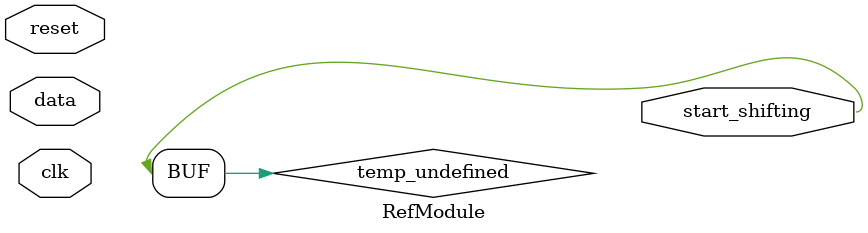
<source format=sv>
module RefModule (
  input clk,
  input reset,
  input data,
  output start_shifting
);

  parameter S = 0, S1 = 1, S11 = 2, S110 = 3, Done = 4;

  reg [2:0] state, next;

  always @(*) begin
    case (state)
      S:   next = data ? S1 : S;
      S1:  next = data ? S11 : S;
      S11: next = data ? S11 : S110;
      S110:next = data ? Done : S;
      Done:next = Done;
      default: next = S;
    endcase
  end

  always @(posedge clk)
    if (reset) state <= S;
    else state <= next;

  assign start_shifting = temp_undefined;

endmodule

</source>
